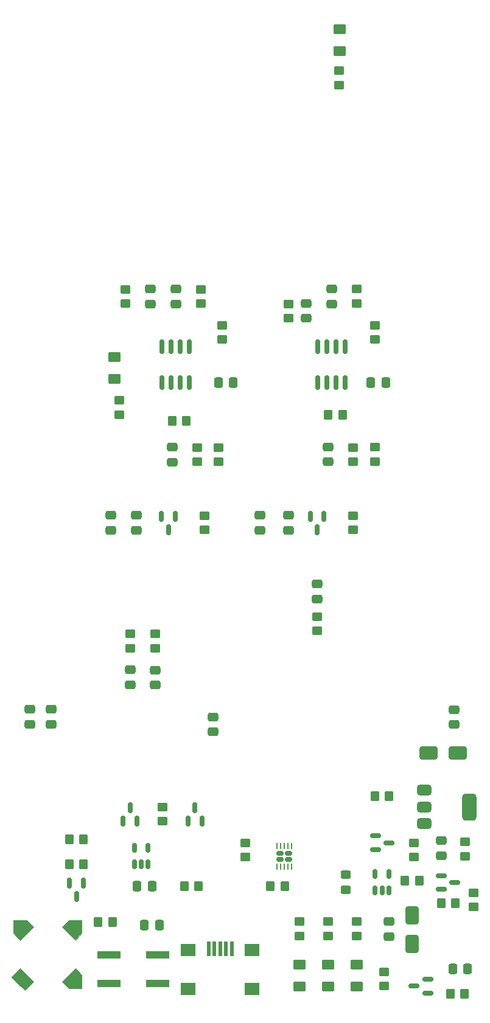
<source format=gbr>
%TF.GenerationSoftware,KiCad,Pcbnew,9.0.0*%
%TF.CreationDate,2025-03-31T13:57:26+02:00*%
%TF.ProjectId,HW_roggeluc_linortho,48575f72-6f67-4676-956c-75635f6c696e,rev?*%
%TF.SameCoordinates,Original*%
%TF.FileFunction,Paste,Top*%
%TF.FilePolarity,Positive*%
%FSLAX46Y46*%
G04 Gerber Fmt 4.6, Leading zero omitted, Abs format (unit mm)*
G04 Created by KiCad (PCBNEW 9.0.0) date 2025-03-31 13:57:26*
%MOMM*%
%LPD*%
G01*
G04 APERTURE LIST*
G04 Aperture macros list*
%AMRoundRect*
0 Rectangle with rounded corners*
0 $1 Rounding radius*
0 $2 $3 $4 $5 $6 $7 $8 $9 X,Y pos of 4 corners*
0 Add a 4 corners polygon primitive as box body*
4,1,4,$2,$3,$4,$5,$6,$7,$8,$9,$2,$3,0*
0 Add four circle primitives for the rounded corners*
1,1,$1+$1,$2,$3*
1,1,$1+$1,$4,$5*
1,1,$1+$1,$6,$7*
1,1,$1+$1,$8,$9*
0 Add four rect primitives between the rounded corners*
20,1,$1+$1,$2,$3,$4,$5,0*
20,1,$1+$1,$4,$5,$6,$7,0*
20,1,$1+$1,$6,$7,$8,$9,0*
20,1,$1+$1,$8,$9,$2,$3,0*%
G04 Aperture macros list end*
%ADD10C,0.010000*%
%ADD11RoundRect,0.250000X-0.475000X0.337500X-0.475000X-0.337500X0.475000X-0.337500X0.475000X0.337500X0*%
%ADD12RoundRect,0.250000X0.650000X-1.000000X0.650000X1.000000X-0.650000X1.000000X-0.650000X-1.000000X0*%
%ADD13R,3.200000X1.000000*%
%ADD14RoundRect,0.150000X-0.587500X-0.150000X0.587500X-0.150000X0.587500X0.150000X-0.587500X0.150000X0*%
%ADD15RoundRect,0.250000X-0.450000X0.325000X-0.450000X-0.325000X0.450000X-0.325000X0.450000X0.325000X0*%
%ADD16RoundRect,0.250000X-1.000000X-0.650000X1.000000X-0.650000X1.000000X0.650000X-1.000000X0.650000X0*%
%ADD17RoundRect,0.250000X0.450000X-0.350000X0.450000X0.350000X-0.450000X0.350000X-0.450000X-0.350000X0*%
%ADD18RoundRect,0.250000X-0.450000X0.350000X-0.450000X-0.350000X0.450000X-0.350000X0.450000X0.350000X0*%
%ADD19RoundRect,0.250000X-0.350000X-0.450000X0.350000X-0.450000X0.350000X0.450000X-0.350000X0.450000X0*%
%ADD20RoundRect,0.250000X0.350000X0.450000X-0.350000X0.450000X-0.350000X-0.450000X0.350000X-0.450000X0*%
%ADD21RoundRect,0.250001X0.624999X-0.462499X0.624999X0.462499X-0.624999X0.462499X-0.624999X-0.462499X0*%
%ADD22RoundRect,0.250000X-0.337500X-0.475000X0.337500X-0.475000X0.337500X0.475000X-0.337500X0.475000X0*%
%ADD23RoundRect,0.250000X0.475000X-0.337500X0.475000X0.337500X-0.475000X0.337500X-0.475000X-0.337500X0*%
%ADD24RoundRect,0.150000X0.587500X0.150000X-0.587500X0.150000X-0.587500X-0.150000X0.587500X-0.150000X0*%
%ADD25RoundRect,0.150000X-0.150000X0.825000X-0.150000X-0.825000X0.150000X-0.825000X0.150000X0.825000X0*%
%ADD26RoundRect,0.150000X0.150000X-0.512500X0.150000X0.512500X-0.150000X0.512500X-0.150000X-0.512500X0*%
%ADD27RoundRect,0.250001X-0.624999X0.462499X-0.624999X-0.462499X0.624999X-0.462499X0.624999X0.462499X0*%
%ADD28RoundRect,0.160000X-0.315000X0.160000X-0.315000X-0.160000X0.315000X-0.160000X0.315000X0.160000X0*%
%ADD29RoundRect,0.062500X-0.062500X0.350000X-0.062500X-0.350000X0.062500X-0.350000X0.062500X0.350000X0*%
%ADD30RoundRect,0.150000X0.150000X-0.587500X0.150000X0.587500X-0.150000X0.587500X-0.150000X-0.587500X0*%
%ADD31R,0.500000X2.000000*%
%ADD32R,2.000000X1.700000*%
%ADD33RoundRect,0.250000X0.337500X0.475000X-0.337500X0.475000X-0.337500X-0.475000X0.337500X-0.475000X0*%
%ADD34RoundRect,0.150000X-0.150000X0.587500X-0.150000X-0.587500X0.150000X-0.587500X0.150000X0.587500X0*%
%ADD35RoundRect,0.375000X-0.625000X-0.375000X0.625000X-0.375000X0.625000X0.375000X-0.625000X0.375000X0*%
%ADD36RoundRect,0.500000X-0.500000X-1.400000X0.500000X-1.400000X0.500000X1.400000X-0.500000X1.400000X0*%
G04 APERTURE END LIST*
D10*
%TO.C,LS1*%
X50750000Y-156588480D02*
X49847920Y-157540560D01*
X48009440Y-155702080D01*
X48911520Y-154750000D01*
X50750000Y-154750000D01*
X50750000Y-156588480D01*
G36*
X50750000Y-156588480D02*
G01*
X49847920Y-157540560D01*
X48009440Y-155702080D01*
X48911520Y-154750000D01*
X50750000Y-154750000D01*
X50750000Y-156588480D01*
G37*
X43990560Y-163297920D02*
X42838480Y-164550000D01*
X41000000Y-162711520D01*
X42152080Y-161459440D01*
X43990560Y-163297920D01*
G36*
X43990560Y-163297920D02*
G01*
X42838480Y-164550000D01*
X41000000Y-162711520D01*
X42152080Y-161459440D01*
X43990560Y-163297920D01*
G37*
X43990560Y-155702080D02*
X42152080Y-157540560D01*
X41250000Y-156588480D01*
X41250000Y-154750000D01*
X43088480Y-154750000D01*
X43990560Y-155702080D01*
G36*
X43990560Y-155702080D02*
G01*
X42152080Y-157540560D01*
X41250000Y-156588480D01*
X41250000Y-154750000D01*
X43088480Y-154750000D01*
X43990560Y-155702080D01*
G37*
X50750000Y-162411520D02*
X50750000Y-164250000D01*
X48911520Y-164250000D01*
X48009440Y-163297920D01*
X49847920Y-161459440D01*
X50750000Y-162411520D01*
G36*
X50750000Y-162411520D02*
G01*
X50750000Y-164250000D01*
X48911520Y-164250000D01*
X48009440Y-163297920D01*
X49847920Y-161459440D01*
X50750000Y-162411520D01*
G37*
%TD*%
D11*
%TO.C,C28*%
X93500000Y-157037500D03*
X93500000Y-154962500D03*
%TD*%
D12*
%TO.C,SD3*%
X96726521Y-158119870D03*
X96726521Y-154119870D03*
%TD*%
D13*
%TO.C,SW1*%
X54525783Y-159607805D03*
X61325783Y-159607805D03*
X54525783Y-163607805D03*
X61325783Y-163607805D03*
%TD*%
D11*
%TO.C,C29*%
X102500000Y-125462500D03*
X102500000Y-127537500D03*
%TD*%
D14*
%TO.C,Q6*%
X91625000Y-143050000D03*
X91625000Y-144950000D03*
X93500000Y-144000000D03*
%TD*%
D15*
%TO.C,L1*%
X87500000Y-148475000D03*
X87500000Y-150525000D03*
%TD*%
D16*
%TO.C,SD2*%
X99000000Y-131500000D03*
X103000000Y-131500000D03*
%TD*%
D17*
%TO.C,R49*%
X96903754Y-145994094D03*
X96903754Y-143994094D03*
%TD*%
D18*
%TO.C,R46*%
X92797663Y-161943457D03*
X92797663Y-163943457D03*
%TD*%
D19*
%TO.C,R43*%
X95671575Y-149255034D03*
X97671575Y-149255034D03*
%TD*%
D20*
%TO.C,R47*%
X93500000Y-137500000D03*
X91500000Y-137500000D03*
%TD*%
D18*
%TO.C,R55*%
X86500000Y-36500000D03*
X86500000Y-38500000D03*
%TD*%
%TO.C,R54*%
X105247602Y-150936551D03*
X105247602Y-152936551D03*
%TD*%
D20*
%TO.C,R53*%
X102722369Y-152425129D03*
X100722369Y-152425129D03*
%TD*%
D19*
%TO.C,R52*%
X102000000Y-165000000D03*
X104000000Y-165000000D03*
%TD*%
%TO.C,R16*%
X49000000Y-147000000D03*
X51000000Y-147000000D03*
%TD*%
D14*
%TO.C,Q7*%
X100764239Y-148577171D03*
X100764239Y-150477171D03*
X102639239Y-149527171D03*
%TD*%
D21*
%TO.C,CHARGE2*%
X86574749Y-33757493D03*
X86574749Y-30782493D03*
%TD*%
D22*
%TO.C,C31*%
X102351735Y-161550839D03*
X104426735Y-161550839D03*
%TD*%
D23*
%TO.C,C21*%
X58297500Y-100493750D03*
X58297500Y-98418750D03*
%TD*%
D17*
%TO.C,R36*%
X88500000Y-90975000D03*
X88500000Y-88975000D03*
%TD*%
D24*
%TO.C,Q10*%
X98849742Y-164904241D03*
X98849742Y-163004241D03*
X96974742Y-163954241D03*
%TD*%
D23*
%TO.C,C19*%
X75500000Y-100475000D03*
X75500000Y-98400000D03*
%TD*%
D11*
%TO.C,C27*%
X46500000Y-125406250D03*
X46500000Y-127481250D03*
%TD*%
D17*
%TO.C,R45*%
X62000000Y-141000000D03*
X62000000Y-139000000D03*
%TD*%
D18*
%TO.C,R29*%
X67297500Y-66956250D03*
X67297500Y-68956250D03*
%TD*%
D20*
%TO.C,R35*%
X87000000Y-84437500D03*
X85000000Y-84437500D03*
%TD*%
D22*
%TO.C,C13*%
X90962500Y-79937500D03*
X93037500Y-79937500D03*
%TD*%
D18*
%TO.C,R26*%
X56797500Y-66956250D03*
X56797500Y-68956250D03*
%TD*%
D25*
%TO.C,U8*%
X87405000Y-74962500D03*
X86135000Y-74962500D03*
X84865000Y-74962500D03*
X83595000Y-74962500D03*
X83595000Y-79912500D03*
X84865000Y-79912500D03*
X86135000Y-79912500D03*
X87405000Y-79912500D03*
%TD*%
D23*
%TO.C,C15*%
X63297500Y-90993750D03*
X63297500Y-88918750D03*
%TD*%
D17*
%TO.C,R31*%
X66797500Y-90956250D03*
X66797500Y-88956250D03*
%TD*%
D26*
%TO.C,U1*%
X91550000Y-150637500D03*
X92500000Y-150637500D03*
X93450000Y-150637500D03*
X93450000Y-148362500D03*
X91550000Y-148362500D03*
%TD*%
D18*
%TO.C,R40*%
X88500000Y-98437500D03*
X88500000Y-100437500D03*
%TD*%
D23*
%TO.C,C22*%
X79500000Y-100475000D03*
X79500000Y-98400000D03*
%TD*%
D26*
%TO.C,U3*%
X58050000Y-147000000D03*
X59000000Y-147000000D03*
X59950000Y-147000000D03*
X59950000Y-144725000D03*
X58050000Y-144725000D03*
%TD*%
D27*
%TO.C,PWR1*%
X89000000Y-161000000D03*
X89000000Y-163975000D03*
%TD*%
D18*
%TO.C,R37*%
X91500000Y-88937500D03*
X91500000Y-90937500D03*
%TD*%
D17*
%TO.C,R42*%
X81000000Y-156987500D03*
X81000000Y-154987500D03*
%TD*%
D18*
%TO.C,R27*%
X69797500Y-88956250D03*
X69797500Y-90956250D03*
%TD*%
D11*
%TO.C,C17*%
X82000000Y-68925000D03*
X82000000Y-71000000D03*
%TD*%
D18*
%TO.C,R48*%
X104097857Y-143865855D03*
X104097857Y-145865855D03*
%TD*%
D20*
%TO.C,R30*%
X65305740Y-85256012D03*
X63305740Y-85256012D03*
%TD*%
D23*
%TO.C,C18*%
X85000000Y-90975000D03*
X85000000Y-88900000D03*
%TD*%
D28*
%TO.C,U2*%
X79500000Y-145500000D03*
X78320000Y-145500000D03*
X79500000Y-146290000D03*
X78320000Y-146290000D03*
D29*
X79910000Y-144457500D03*
X79410000Y-144457500D03*
X78910000Y-144457500D03*
X78410000Y-144457500D03*
X77910000Y-144457500D03*
X77910000Y-147332500D03*
X78410000Y-147332500D03*
X78910000Y-147332500D03*
X79410000Y-147332500D03*
X79910000Y-147332500D03*
%TD*%
D11*
%TO.C,C11*%
X60297500Y-66918750D03*
X60297500Y-68993750D03*
%TD*%
D30*
%TO.C,Q5*%
X56500000Y-141000000D03*
X58400000Y-141000000D03*
X57450000Y-139125000D03*
%TD*%
D11*
%TO.C,C14*%
X63797500Y-66918750D03*
X63797500Y-68993750D03*
%TD*%
D23*
%TO.C,C12*%
X54797500Y-100493750D03*
X54797500Y-98418750D03*
%TD*%
D18*
%TO.C,R19*%
X61000000Y-114943750D03*
X61000000Y-116943750D03*
%TD*%
D31*
%TO.C,J2*%
X68400000Y-158800000D03*
X69200000Y-158800000D03*
X70000000Y-158800000D03*
X70800000Y-158800000D03*
X71600000Y-158800000D03*
D32*
X65550000Y-158900000D03*
X65550000Y-164350000D03*
X74450000Y-158900000D03*
X74450000Y-164350000D03*
%TD*%
D27*
%TO.C,LED3*%
X55300000Y-76412500D03*
X55300000Y-79387500D03*
%TD*%
D17*
%TO.C,R21*%
X89000000Y-156987500D03*
X89000000Y-154987500D03*
%TD*%
D11*
%TO.C,C23*%
X57500000Y-119906250D03*
X57500000Y-121981250D03*
%TD*%
D33*
%TO.C,C30*%
X60537500Y-150000000D03*
X58462500Y-150000000D03*
%TD*%
D17*
%TO.C,R17*%
X73500000Y-146000000D03*
X73500000Y-144000000D03*
%TD*%
D20*
%TO.C,R44*%
X67000000Y-150000000D03*
X65000000Y-150000000D03*
%TD*%
D11*
%TO.C,C20*%
X83500000Y-107962500D03*
X83500000Y-110037500D03*
%TD*%
D22*
%TO.C,C10*%
X69760000Y-79956250D03*
X71835000Y-79956250D03*
%TD*%
D19*
%TO.C,R20*%
X77000000Y-150000000D03*
X79000000Y-150000000D03*
%TD*%
D11*
%TO.C,C24*%
X61000000Y-119943750D03*
X61000000Y-122018750D03*
%TD*%
D18*
%TO.C,R33*%
X89000000Y-66937500D03*
X89000000Y-68937500D03*
%TD*%
%TO.C,R34*%
X79500000Y-69000000D03*
X79500000Y-71000000D03*
%TD*%
D30*
%TO.C,Q4*%
X65550000Y-141000000D03*
X67450000Y-141000000D03*
X66500000Y-139125000D03*
%TD*%
D34*
%TO.C,Q2*%
X63747500Y-98581250D03*
X61847500Y-98581250D03*
X62797500Y-100456250D03*
%TD*%
D23*
%TO.C,C26*%
X69000000Y-128537500D03*
X69000000Y-126462500D03*
%TD*%
D11*
%TO.C,C7*%
X100752560Y-143716487D03*
X100752560Y-145791487D03*
%TD*%
D19*
%TO.C,R16*%
X53000000Y-155000000D03*
X55000000Y-155000000D03*
%TD*%
D33*
%TO.C,C25*%
X61537500Y-155500000D03*
X59462500Y-155500000D03*
%TD*%
D11*
%TO.C,C16*%
X85500000Y-66900000D03*
X85500000Y-68975000D03*
%TD*%
D27*
%TO.C,FULL1*%
X81000000Y-161000000D03*
X81000000Y-163975000D03*
%TD*%
D34*
%TO.C,Q1*%
X50950000Y-149625000D03*
X49050000Y-149625000D03*
X50000000Y-151500000D03*
%TD*%
D17*
%TO.C,R38*%
X83500000Y-114500000D03*
X83500000Y-112500000D03*
%TD*%
D34*
%TO.C,Q3*%
X84450000Y-98562500D03*
X82550000Y-98562500D03*
X83500000Y-100437500D03*
%TD*%
D17*
%TO.C,R28*%
X70297500Y-73956250D03*
X70297500Y-71956250D03*
%TD*%
D18*
%TO.C,R39*%
X67797500Y-98456250D03*
X67797500Y-100456250D03*
%TD*%
D19*
%TO.C,R15*%
X49000000Y-143500000D03*
X51000000Y-143500000D03*
%TD*%
D17*
%TO.C,R41*%
X85000000Y-156987500D03*
X85000000Y-154987500D03*
%TD*%
%TO.C,R11*%
X56000000Y-84400000D03*
X56000000Y-82400000D03*
%TD*%
D27*
%TO.C,CRG1*%
X85000000Y-161000000D03*
X85000000Y-163975000D03*
%TD*%
D35*
%TO.C,U4*%
X98350000Y-136700000D03*
X98350000Y-139000000D03*
D36*
X104650000Y-139000000D03*
D35*
X98350000Y-141300000D03*
%TD*%
D11*
%TO.C,C1*%
X43500000Y-125406250D03*
X43500000Y-127481250D03*
%TD*%
D25*
%TO.C,U7*%
X65702500Y-74981250D03*
X64432500Y-74981250D03*
X63162500Y-74981250D03*
X61892500Y-74981250D03*
X61892500Y-79931250D03*
X63162500Y-79931250D03*
X64432500Y-79931250D03*
X65702500Y-79931250D03*
%TD*%
D17*
%TO.C,R18*%
X57500000Y-116943750D03*
X57500000Y-114943750D03*
%TD*%
%TO.C,R32*%
X91500000Y-73937500D03*
X91500000Y-71937500D03*
%TD*%
M02*

</source>
